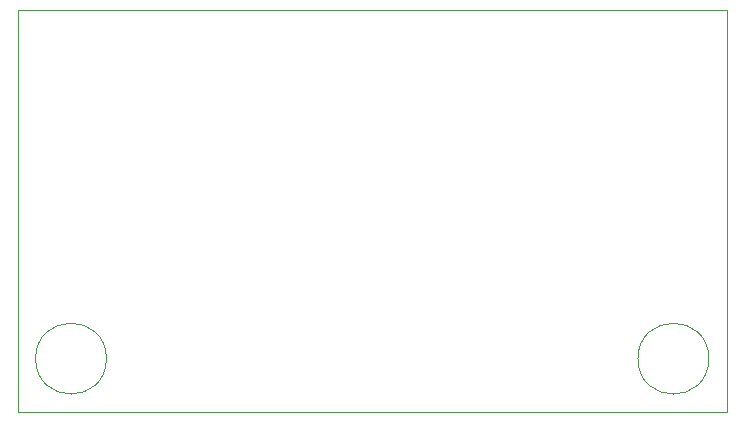
<source format=gm1>
%TF.GenerationSoftware,KiCad,Pcbnew,8.0.4*%
%TF.CreationDate,2024-08-22T22:47:01+01:00*%
%TF.ProjectId,PicoChainATtiny85,5069636f-4368-4616-996e-415474696e79,v1.1*%
%TF.SameCoordinates,Original*%
%TF.FileFunction,Profile,NP*%
%FSLAX46Y46*%
G04 Gerber Fmt 4.6, Leading zero omitted, Abs format (unit mm)*
G04 Created by KiCad (PCBNEW 8.0.4) date 2024-08-22 22:47:01*
%MOMM*%
%LPD*%
G01*
G04 APERTURE LIST*
%TA.AperFunction,Profile*%
%ADD10C,0.025400*%
%TD*%
G04 APERTURE END LIST*
D10*
X160000000Y-100000000D02*
X100000000Y-100000000D01*
X107500000Y-95500000D02*
G75*
G02*
X101500000Y-95500000I-3000000J0D01*
G01*
X101500000Y-95500000D02*
G75*
G02*
X107500000Y-95500000I3000000J0D01*
G01*
X100000000Y-66000000D02*
X160000000Y-66000000D01*
X158500000Y-95500000D02*
G75*
G02*
X152500000Y-95500000I-3000000J0D01*
G01*
X152500000Y-95500000D02*
G75*
G02*
X158500000Y-95500000I3000000J0D01*
G01*
X100000000Y-100000000D02*
X100000000Y-66000000D01*
X160000000Y-66000000D02*
X160000000Y-100000000D01*
M02*

</source>
